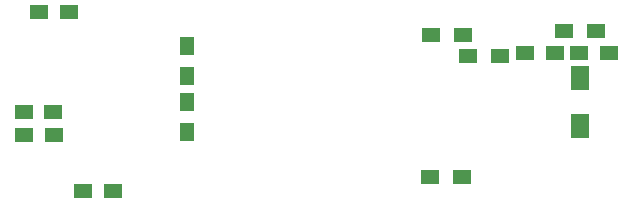
<source format=gbr>
G04 #@! TF.FileFunction,Paste,Bot*
%FSLAX46Y46*%
G04 Gerber Fmt 4.6, Leading zero omitted, Abs format (unit mm)*
G04 Created by KiCad (PCBNEW 4.0.4-stable) date 02/22/17 16:36:32*
%MOMM*%
%LPD*%
G01*
G04 APERTURE LIST*
%ADD10C,0.100000*%
%ADD11R,1.500000X1.250000*%
%ADD12R,1.250000X1.500000*%
%ADD13R,1.500000X1.300000*%
%ADD14R,1.600000X2.000000*%
G04 APERTURE END LIST*
D10*
D11*
X117640000Y-91690000D03*
X115140000Y-91690000D03*
X118850000Y-106860000D03*
X121350000Y-106860000D03*
X113850000Y-100170000D03*
X116350000Y-100170000D03*
X113870000Y-102110000D03*
X116370000Y-102110000D03*
X158810000Y-95170000D03*
X156310000Y-95170000D03*
D12*
X127670000Y-101870000D03*
X127670000Y-99370000D03*
X127670000Y-94630000D03*
X127670000Y-97130000D03*
D11*
X160870000Y-95180000D03*
X163370000Y-95180000D03*
D13*
X162300000Y-93330000D03*
X159600000Y-93330000D03*
X148230000Y-105720000D03*
X150930000Y-105720000D03*
X154130000Y-95470000D03*
X151430000Y-95470000D03*
X151000000Y-93680000D03*
X148300000Y-93680000D03*
D14*
X160920000Y-97350000D03*
X160920000Y-101350000D03*
M02*

</source>
